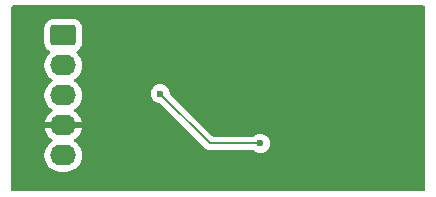
<source format=gbr>
%TF.GenerationSoftware,KiCad,Pcbnew,8.0.5*%
%TF.CreationDate,2024-11-05T12:58:27-06:00*%
%TF.ProjectId,golf_club_imu,676f6c66-5f63-46c7-9562-5f696d752e6b,rev?*%
%TF.SameCoordinates,Original*%
%TF.FileFunction,Copper,L2,Bot*%
%TF.FilePolarity,Positive*%
%FSLAX46Y46*%
G04 Gerber Fmt 4.6, Leading zero omitted, Abs format (unit mm)*
G04 Created by KiCad (PCBNEW 8.0.5) date 2024-11-05 12:58:27*
%MOMM*%
%LPD*%
G01*
G04 APERTURE LIST*
G04 Aperture macros list*
%AMRoundRect*
0 Rectangle with rounded corners*
0 $1 Rounding radius*
0 $2 $3 $4 $5 $6 $7 $8 $9 X,Y pos of 4 corners*
0 Add a 4 corners polygon primitive as box body*
4,1,4,$2,$3,$4,$5,$6,$7,$8,$9,$2,$3,0*
0 Add four circle primitives for the rounded corners*
1,1,$1+$1,$2,$3*
1,1,$1+$1,$4,$5*
1,1,$1+$1,$6,$7*
1,1,$1+$1,$8,$9*
0 Add four rect primitives between the rounded corners*
20,1,$1+$1,$2,$3,$4,$5,0*
20,1,$1+$1,$4,$5,$6,$7,0*
20,1,$1+$1,$6,$7,$8,$9,0*
20,1,$1+$1,$8,$9,$2,$3,0*%
G04 Aperture macros list end*
%TA.AperFunction,ComponentPad*%
%ADD10RoundRect,0.250000X-0.845000X0.620000X-0.845000X-0.620000X0.845000X-0.620000X0.845000X0.620000X0*%
%TD*%
%TA.AperFunction,ComponentPad*%
%ADD11O,2.190000X1.740000*%
%TD*%
%TA.AperFunction,ViaPad*%
%ADD12C,0.600000*%
%TD*%
%TA.AperFunction,Conductor*%
%ADD13C,0.762000*%
%TD*%
%TA.AperFunction,Conductor*%
%ADD14C,0.152400*%
%TD*%
G04 APERTURE END LIST*
D10*
%TO.P,IMU_IO1,1,Pin_1*%
%TO.N,/3V3*%
X131653600Y-52832000D03*
D11*
%TO.P,IMU_IO1,2,Pin_2*%
%TO.N,/SDA*%
X131653600Y-55372000D03*
%TO.P,IMU_IO1,3,Pin_3*%
%TO.N,/SCL*%
X131653600Y-57912000D03*
%TO.P,IMU_IO1,4,Pin_4*%
%TO.N,GND*%
X131653600Y-60452000D03*
%TO.P,IMU_IO1,5,Pin_5*%
%TO.N,/1V8*%
X131653600Y-62992000D03*
%TD*%
D12*
%TO.N,GND*%
X133959600Y-56692800D03*
X135432800Y-51460400D03*
X133959600Y-61569600D03*
X144780000Y-59436000D03*
%TO.N,/SDA*%
X148336000Y-61976000D03*
X139852400Y-57759600D03*
%TD*%
D13*
%TO.N,GND*%
X133959600Y-56692800D02*
X133959600Y-52933600D01*
X133959600Y-61569600D02*
X133959600Y-56692800D01*
X133959600Y-52933600D02*
X135432800Y-51460400D01*
X135432800Y-51460400D02*
X143408400Y-59436000D01*
X143408400Y-59436000D02*
X144780000Y-59436000D01*
D14*
%TO.N,/SDA*%
X144068800Y-61976000D02*
X148336000Y-61976000D01*
X139852400Y-57759600D02*
X144068800Y-61976000D01*
%TD*%
%TA.AperFunction,Conductor*%
%TO.N,GND*%
G36*
X162205739Y-50311685D02*
G01*
X162251494Y-50364489D01*
X162262700Y-50416000D01*
X162262700Y-65916000D01*
X162243015Y-65983039D01*
X162190211Y-66028794D01*
X162138700Y-66040000D01*
X127370500Y-66040000D01*
X127303461Y-66020315D01*
X127257706Y-65967511D01*
X127246500Y-65916000D01*
X127246500Y-52161983D01*
X130058100Y-52161983D01*
X130058100Y-53502001D01*
X130058101Y-53502018D01*
X130068600Y-53604796D01*
X130068601Y-53604799D01*
X130123785Y-53771331D01*
X130123786Y-53771334D01*
X130215888Y-53920656D01*
X130339944Y-54044712D01*
X130489266Y-54136814D01*
X130489268Y-54136814D01*
X130489269Y-54136815D01*
X130489948Y-54137132D01*
X130490335Y-54137473D01*
X130495413Y-54140605D01*
X130494877Y-54141472D01*
X130542387Y-54183304D01*
X130561539Y-54250498D01*
X130541323Y-54317379D01*
X130525225Y-54337195D01*
X130383240Y-54479180D01*
X130256443Y-54653700D01*
X130158509Y-54845908D01*
X130091845Y-55051077D01*
X130058100Y-55264133D01*
X130058100Y-55479866D01*
X130091845Y-55692922D01*
X130091846Y-55692926D01*
X130158508Y-55898089D01*
X130256443Y-56090299D01*
X130383241Y-56264821D01*
X130535779Y-56417359D01*
X130657054Y-56505471D01*
X130706894Y-56541682D01*
X130749559Y-56597012D01*
X130755538Y-56666626D01*
X130722932Y-56728421D01*
X130706894Y-56742318D01*
X130535779Y-56866641D01*
X130535777Y-56866643D01*
X130535776Y-56866643D01*
X130383243Y-57019176D01*
X130383243Y-57019177D01*
X130383241Y-57019179D01*
X130328786Y-57094129D01*
X130256443Y-57193700D01*
X130158509Y-57385908D01*
X130091845Y-57591077D01*
X130058100Y-57804133D01*
X130058100Y-58019866D01*
X130091845Y-58232922D01*
X130091846Y-58232926D01*
X130158508Y-58438089D01*
X130256443Y-58630299D01*
X130383241Y-58804821D01*
X130535779Y-58957359D01*
X130707320Y-59081991D01*
X130749985Y-59137321D01*
X130755964Y-59206935D01*
X130723358Y-59268730D01*
X130707320Y-59282627D01*
X130536103Y-59407024D01*
X130383625Y-59559502D01*
X130383625Y-59559503D01*
X130256871Y-59733963D01*
X130158972Y-59926098D01*
X130092333Y-60131190D01*
X130081119Y-60202000D01*
X131110891Y-60202000D01*
X131099148Y-60222339D01*
X131058600Y-60373667D01*
X131058600Y-60530333D01*
X131099148Y-60681661D01*
X131110891Y-60702000D01*
X130081119Y-60702000D01*
X130092333Y-60772809D01*
X130158972Y-60977901D01*
X130256871Y-61170036D01*
X130383625Y-61344496D01*
X130383625Y-61344497D01*
X130536102Y-61496974D01*
X130707320Y-61621372D01*
X130749985Y-61676702D01*
X130755964Y-61746316D01*
X130723358Y-61808110D01*
X130707320Y-61822008D01*
X130535777Y-61946642D01*
X130383243Y-62099176D01*
X130383243Y-62099177D01*
X130383241Y-62099179D01*
X130342504Y-62155249D01*
X130256443Y-62273700D01*
X130158509Y-62465908D01*
X130091845Y-62671077D01*
X130058100Y-62884133D01*
X130058100Y-63099866D01*
X130091845Y-63312922D01*
X130091846Y-63312926D01*
X130158508Y-63518089D01*
X130256443Y-63710299D01*
X130383241Y-63884821D01*
X130535779Y-64037359D01*
X130710301Y-64164157D01*
X130902511Y-64262092D01*
X131107674Y-64328754D01*
X131187573Y-64341408D01*
X131320734Y-64362500D01*
X131320739Y-64362500D01*
X131986466Y-64362500D01*
X132104830Y-64343752D01*
X132199526Y-64328754D01*
X132404689Y-64262092D01*
X132596899Y-64164157D01*
X132771421Y-64037359D01*
X132923959Y-63884821D01*
X133050757Y-63710299D01*
X133148692Y-63518089D01*
X133215354Y-63312926D01*
X133230352Y-63218230D01*
X133249100Y-63099866D01*
X133249100Y-62884133D01*
X133226602Y-62742095D01*
X133215354Y-62671074D01*
X133148692Y-62465911D01*
X133050757Y-62273701D01*
X132923959Y-62099179D01*
X132771421Y-61946641D01*
X132599879Y-61822008D01*
X132557214Y-61766678D01*
X132551235Y-61697064D01*
X132583841Y-61635269D01*
X132599880Y-61621372D01*
X132771091Y-61496979D01*
X132771097Y-61496974D01*
X132923574Y-61344497D01*
X132923574Y-61344496D01*
X133050328Y-61170036D01*
X133148227Y-60977901D01*
X133214866Y-60772809D01*
X133226081Y-60702000D01*
X132196309Y-60702000D01*
X132208052Y-60681661D01*
X132248600Y-60530333D01*
X132248600Y-60373667D01*
X132208052Y-60222339D01*
X132196309Y-60202000D01*
X133226081Y-60202000D01*
X133214866Y-60131190D01*
X133148227Y-59926098D01*
X133050328Y-59733963D01*
X132923574Y-59559503D01*
X132923574Y-59559502D01*
X132771097Y-59407025D01*
X132599879Y-59282627D01*
X132557214Y-59227297D01*
X132551235Y-59157683D01*
X132583841Y-59095888D01*
X132599880Y-59081991D01*
X132771421Y-58957359D01*
X132923959Y-58804821D01*
X133050757Y-58630299D01*
X133148692Y-58438089D01*
X133215354Y-58232926D01*
X133230352Y-58138230D01*
X133249100Y-58019866D01*
X133249100Y-57804133D01*
X133242046Y-57759596D01*
X139046835Y-57759596D01*
X139046835Y-57759603D01*
X139067030Y-57938849D01*
X139067031Y-57938854D01*
X139126611Y-58109123D01*
X139204400Y-58232922D01*
X139222584Y-58261862D01*
X139350138Y-58389416D01*
X139502878Y-58485389D01*
X139673145Y-58544968D01*
X139673150Y-58544969D01*
X139797998Y-58559035D01*
X139862413Y-58586101D01*
X139871797Y-58594574D01*
X143714698Y-62437475D01*
X143714699Y-62437476D01*
X143714701Y-62437477D01*
X143780450Y-62475437D01*
X143846202Y-62513399D01*
X143992876Y-62552700D01*
X144144724Y-62552700D01*
X147729260Y-62552700D01*
X147796299Y-62572385D01*
X147816941Y-62589019D01*
X147833738Y-62605816D01*
X147986478Y-62701789D01*
X148156745Y-62761368D01*
X148156750Y-62761369D01*
X148335996Y-62781565D01*
X148336000Y-62781565D01*
X148336004Y-62781565D01*
X148515249Y-62761369D01*
X148515252Y-62761368D01*
X148515255Y-62761368D01*
X148685522Y-62701789D01*
X148838262Y-62605816D01*
X148965816Y-62478262D01*
X149061789Y-62325522D01*
X149121368Y-62155255D01*
X149121369Y-62155249D01*
X149141565Y-61976003D01*
X149141565Y-61975996D01*
X149121369Y-61796750D01*
X149121368Y-61796745D01*
X149061788Y-61626476D01*
X148965815Y-61473737D01*
X148838262Y-61346184D01*
X148685523Y-61250211D01*
X148515254Y-61190631D01*
X148515249Y-61190630D01*
X148336004Y-61170435D01*
X148335996Y-61170435D01*
X148156750Y-61190630D01*
X148156745Y-61190631D01*
X147986476Y-61250211D01*
X147833737Y-61346184D01*
X147816941Y-61362981D01*
X147755618Y-61396466D01*
X147729260Y-61399300D01*
X144359039Y-61399300D01*
X144292000Y-61379615D01*
X144271358Y-61362981D01*
X140687374Y-57778997D01*
X140653889Y-57717674D01*
X140651835Y-57705198D01*
X140637769Y-57580350D01*
X140637768Y-57580345D01*
X140578188Y-57410076D01*
X140482215Y-57257337D01*
X140354662Y-57129784D01*
X140201923Y-57033811D01*
X140031654Y-56974231D01*
X140031649Y-56974230D01*
X139852404Y-56954035D01*
X139852396Y-56954035D01*
X139673150Y-56974230D01*
X139673145Y-56974231D01*
X139502876Y-57033811D01*
X139350137Y-57129784D01*
X139222584Y-57257337D01*
X139126611Y-57410076D01*
X139067031Y-57580345D01*
X139067030Y-57580350D01*
X139046835Y-57759596D01*
X133242046Y-57759596D01*
X133215354Y-57591077D01*
X133215354Y-57591074D01*
X133148692Y-57385911D01*
X133050757Y-57193701D01*
X132923959Y-57019179D01*
X132771421Y-56866641D01*
X132600304Y-56742317D01*
X132557640Y-56686988D01*
X132551661Y-56617374D01*
X132584267Y-56555580D01*
X132600302Y-56541684D01*
X132771421Y-56417359D01*
X132923959Y-56264821D01*
X133050757Y-56090299D01*
X133148692Y-55898089D01*
X133215354Y-55692926D01*
X133230352Y-55598230D01*
X133249100Y-55479866D01*
X133249100Y-55264133D01*
X133215354Y-55051077D01*
X133215354Y-55051074D01*
X133148692Y-54845911D01*
X133050757Y-54653701D01*
X132923959Y-54479179D01*
X132781975Y-54337195D01*
X132748490Y-54275872D01*
X132753474Y-54206180D01*
X132795346Y-54150247D01*
X132817257Y-54137129D01*
X132817922Y-54136817D01*
X132817934Y-54136814D01*
X132967256Y-54044712D01*
X133091312Y-53920656D01*
X133183414Y-53771334D01*
X133238599Y-53604797D01*
X133249100Y-53502009D01*
X133249099Y-52161992D01*
X133238599Y-52059203D01*
X133183414Y-51892666D01*
X133091312Y-51743344D01*
X132967256Y-51619288D01*
X132817934Y-51527186D01*
X132651397Y-51472001D01*
X132651395Y-51472000D01*
X132548610Y-51461500D01*
X130758598Y-51461500D01*
X130758581Y-51461501D01*
X130655803Y-51472000D01*
X130655800Y-51472001D01*
X130489268Y-51527185D01*
X130489263Y-51527187D01*
X130339942Y-51619289D01*
X130215889Y-51743342D01*
X130123787Y-51892663D01*
X130123786Y-51892666D01*
X130068601Y-52059203D01*
X130068601Y-52059204D01*
X130068600Y-52059204D01*
X130058100Y-52161983D01*
X127246500Y-52161983D01*
X127246500Y-50416000D01*
X127266185Y-50348961D01*
X127318989Y-50303206D01*
X127370500Y-50292000D01*
X162138700Y-50292000D01*
X162205739Y-50311685D01*
G37*
%TD.AperFunction*%
%TD*%
M02*

</source>
